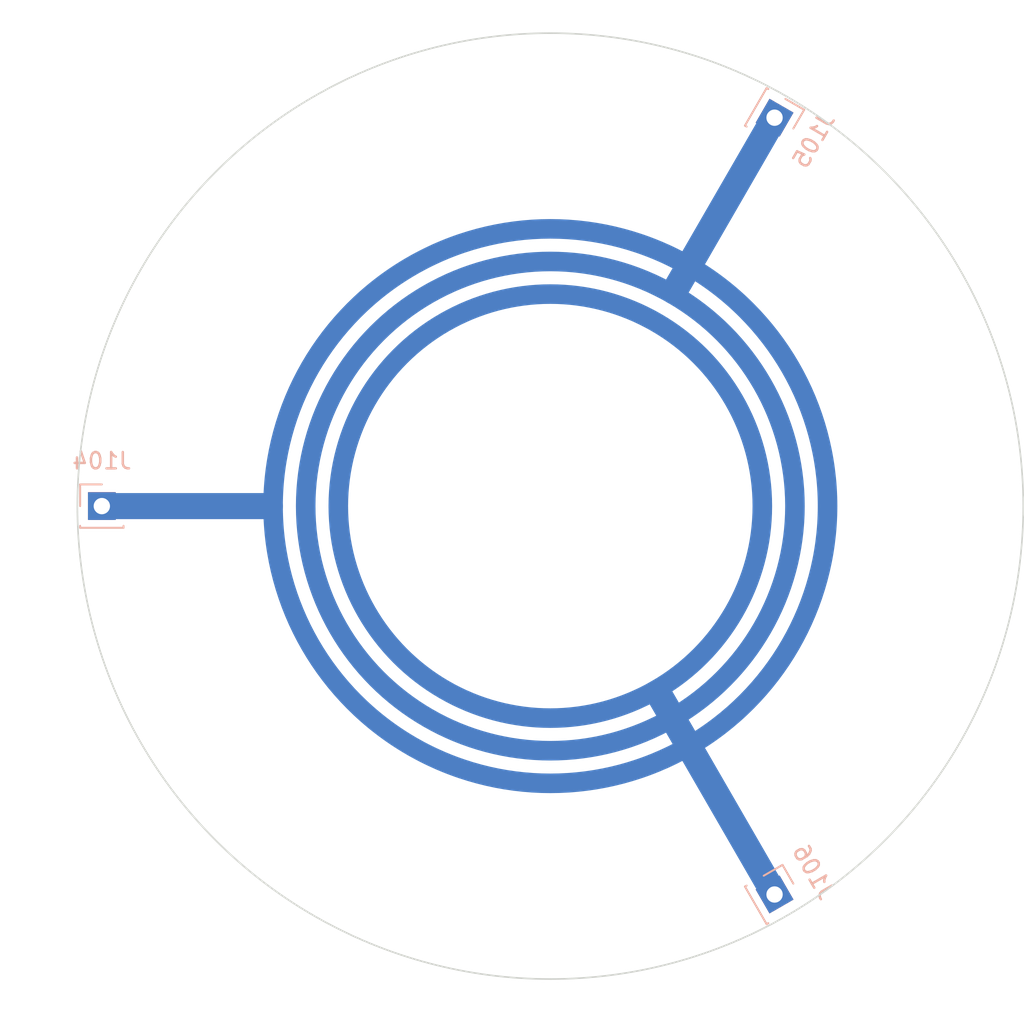
<source format=kicad_pcb>
(kicad_pcb (version 20221018) (generator pcbnew)
  (layers (0 "F.Cu" signal) (31 "B.Cu" signal) (34 "B.Paste" user) (35 "F.Paste" user) (36 "B.SilkS" user "B.Silkscreen") (37 "F.SilkS" user "F.Silkscreen") (38 "B.Mask" user) (39 "F.Mask" user) (44 "Edge.Cuts" user))
  (net 0 "")
  (footprint "MyPinSocket:MyPinSocket" (layer "B.Cu") (at 22.5 50 180)
    (fp_text reference "J104" (at 0 2.77) (layer "B.SilkS") (effects (justify mirror)))
    (fp_text value "Conn_01x01_Pin")
    (fp_line (start -1.33 -1.33) (end 1.33 -1.33) (stroke (width 0.12)) (layer "B.SilkS"))
    (fp_line (start -1.33 -1.21) (end -1.33 -1.33) (stroke (width 0.12)) (layer "B.SilkS"))
    (fp_line (start 0 1.33) (end 1.33 1.33) (stroke (width 0.12)) (layer "B.SilkS"))
    (fp_line (start 1.33 -1.21) (end 1.33 -1.33) (stroke (width 0.12)) (layer "B.SilkS"))
    (fp_line (start 1.33 1.33) (end 1.33 0) (stroke (width 0.12)) (layer "B.SilkS"))
    (pad "1" thru_hole rect (at 0 0 180) (size 1.7 1.7) (drill 1) (layers "*.Cu" "*.Mask"))
  )
  (footprint "MyPinSocket:MyPinSocket" (layer "B.Cu") (at 63.75 73.816 120)
    (fp_text reference "J106" (at 0 2.77 120) (layer "B.SilkS") (effects (justify mirror)))
    (fp_text value "Conn_01x01_Pin")
    (fp_line (start -1.33 -1.33) (end 1.33 -1.33) (stroke (width 0.12)) (layer "B.SilkS"))
    (fp_line (start -1.33 -1.21) (end -1.33 -1.33) (stroke (width 0.12)) (layer "B.SilkS"))
    (fp_line (start 0 1.33) (end 1.33 1.33) (stroke (width 0.12)) (layer "B.SilkS"))
    (fp_line (start 1.33 -1.21) (end 1.33 -1.33) (stroke (width 0.12)) (layer "B.SilkS"))
    (fp_line (start 1.33 1.33) (end 1.33 0) (stroke (width 0.12)) (layer "B.SilkS"))
    (pad "1" thru_hole rect (at 0 0 120) (size 1.7 1.7) (drill 1) (layers "*.Cu" "*.Mask"))
  )
  (footprint "MyPinSocket:MyPinSocket" (layer "B.Cu") (at 63.75 26.184 60)
    (fp_text reference "J105" (at 0 2.77 60) (layer "B.SilkS") (effects (justify mirror)))
    (fp_text value "Conn_01x01_Pin")
    (fp_line (start -1.33 -1.33) (end 1.33 -1.33) (stroke (width 0.12)) (layer "B.SilkS"))
    (fp_line (start -1.33 -1.21) (end -1.33 -1.33) (stroke (width 0.12)) (layer "B.SilkS"))
    (fp_line (start 0 1.33) (end 1.33 1.33) (stroke (width 0.12)) (layer "B.SilkS"))
    (fp_line (start 1.33 -1.21) (end 1.33 -1.33) (stroke (width 0.12)) (layer "B.SilkS"))
    (fp_line (start 1.33 1.33) (end 1.33 0) (stroke (width 0.12)) (layer "B.SilkS"))
    (pad "1" thru_hole rect (at 0 0 60) (size 1.7 1.7) (drill 1) (layers "*.Cu" "*.Mask"))
  )
  (gr_circle (center 50 50) (end 63 50) (stroke (width 1.2)) (fill none) (layer "B.Cu"))
  (gr_line (start 63.75 26.184) (end 57.6 36.836) (stroke (width 1.6)) (layer "B.Cu"))
  (gr_circle (center 50 50) (end 65 50) (stroke (width 1.2)) (fill none) (layer "B.Cu"))
  (gr_line (start 22.5 50) (end 32.8 50) (stroke (width 1.6)) (layer "B.Cu"))
  (gr_circle (center 50 50) (end 67 50) (stroke (width 1.2)) (fill none) (layer "B.Cu"))
  (gr_line (start 63.75 73.816) (end 56.6 61.432) (stroke (width 1.6)) (layer "B.Cu"))
  (gr_circle (center 50 50) (end 79 50) (stroke (width 0.1)) (fill none) (layer "Edge.Cuts"))
)
</source>
